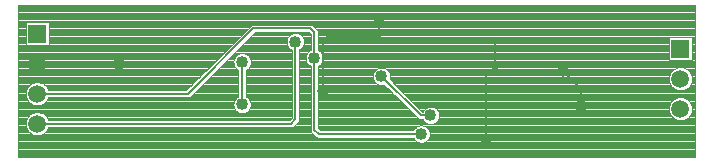
<source format=gbr>
G04 DipTrace 2.2.0.9*
%INBottom.gbr*%
%MOMM*%
%ADD13C,0.178*%
%ADD14C,0.1*%
%ADD22R,1.499X1.499*%
%ADD26C,1.499*%
%ADD33C,1.016*%
%FSLAX53Y53*%
%SFA1B1*%
%OFA0B0*%
G04*
G71*
G90*
G75*
G01*
%LNBottom*%
%LPD*%
X41345Y22354D2*
D13*
Y20957D1*
X36973D1*
X36618Y20602D1*
Y16308D1*
X58437Y15028D2*
Y16423D1*
X56894Y17965D1*
X19317Y18581D2*
X12389D1*
X56894Y17965D2*
X51512D1*
X51157Y18321D1*
Y20602D1*
X41701D1*
X41345Y20957D1*
X50341Y11849D2*
Y17505D1*
X51157Y18321D1*
X41526Y17514D2*
X44841Y14200D1*
X45679D1*
X34241Y20449D2*
Y13857D1*
X33886Y13501D1*
X12389D1*
Y16041D2*
X25149D1*
X30687Y21580D1*
X35487D1*
X35843Y21224D1*
Y19057D1*
Y12979D1*
X36199Y12623D1*
X44905D1*
X29734Y18740D2*
Y15127D1*
D33*
X36618Y16308D3*
X41345Y22354D3*
X58437Y15028D3*
X19317Y18581D3*
X50341Y11849D3*
X56894Y17965D3*
X45679Y14200D3*
X41526Y17514D3*
X34241Y20449D3*
X44905Y12623D3*
X35843Y19057D3*
X29734Y15127D3*
Y18740D3*
X10728Y23490D2*
D14*
X68031D1*
X10728Y23393D2*
X68031D1*
X10728Y23296D2*
X68031D1*
X10728Y23200D2*
X68031D1*
X10728Y23103D2*
X68031D1*
X10728Y23006D2*
X68031D1*
X10728Y22910D2*
X68031D1*
X10728Y22813D2*
X68031D1*
X10728Y22716D2*
X68031D1*
X10728Y22620D2*
X68031D1*
X10728Y22523D2*
X68031D1*
X10728Y22426D2*
X68031D1*
X10728Y22330D2*
X68031D1*
X10728Y22233D2*
X68031D1*
X10728Y22136D2*
X68031D1*
X10728Y22040D2*
X11398D1*
X13380D2*
X68031D1*
X10728Y21943D2*
X11398D1*
X13380D2*
X68031D1*
X10728Y21846D2*
X11398D1*
X13380D2*
X30499D1*
X35676D2*
X68031D1*
X10728Y21750D2*
X11398D1*
X13380D2*
X30395D1*
X35780D2*
X68031D1*
X10728Y21653D2*
X11398D1*
X13380D2*
X30298D1*
X35877D2*
X68031D1*
X10728Y21556D2*
X11398D1*
X13380D2*
X30201D1*
X35974D2*
X68031D1*
X10728Y21460D2*
X11398D1*
X13380D2*
X30104D1*
X36071D2*
X68031D1*
X10728Y21363D2*
X11398D1*
X13380D2*
X30007D1*
X36141D2*
X68031D1*
X10728Y21266D2*
X11398D1*
X13380D2*
X29910D1*
X36171D2*
X68031D1*
X10728Y21170D2*
X11398D1*
X13380D2*
X29815D1*
X30741D2*
X34063D1*
X34419D2*
X35434D1*
X36174D2*
X68031D1*
X10728Y21073D2*
X11398D1*
X13380D2*
X29718D1*
X30644D2*
X33834D1*
X34649D2*
X35512D1*
X36174D2*
X68031D1*
X10728Y20976D2*
X11398D1*
X13380D2*
X29621D1*
X30548D2*
X33712D1*
X34771D2*
X35512D1*
X36174D2*
X68031D1*
X10728Y20880D2*
X11398D1*
X13380D2*
X29524D1*
X30451D2*
X33631D1*
X34852D2*
X35512D1*
X36174D2*
X68031D1*
X10728Y20783D2*
X11398D1*
X13380D2*
X29428D1*
X30354D2*
X33571D1*
X34912D2*
X35512D1*
X36174D2*
X65851D1*
X67832D2*
X68031D1*
X10728Y20686D2*
X11398D1*
X13380D2*
X29331D1*
X30257D2*
X33531D1*
X34952D2*
X35512D1*
X36174D2*
X65851D1*
X67832D2*
X68031D1*
X10728Y20590D2*
X11398D1*
X13380D2*
X29234D1*
X30160D2*
X33506D1*
X34977D2*
X35512D1*
X36174D2*
X65851D1*
X67832D2*
X68031D1*
X10728Y20493D2*
X11398D1*
X13380D2*
X29138D1*
X30063D2*
X33493D1*
X34990D2*
X35512D1*
X36174D2*
X65851D1*
X67832D2*
X68031D1*
X10728Y20396D2*
X11398D1*
X13380D2*
X29042D1*
X29968D2*
X33493D1*
X34990D2*
X35512D1*
X36174D2*
X65851D1*
X67832D2*
X68031D1*
X10728Y20300D2*
X11398D1*
X13380D2*
X28945D1*
X29871D2*
X33507D1*
X34976D2*
X35512D1*
X36174D2*
X65851D1*
X67832D2*
X68031D1*
X10728Y20203D2*
X11398D1*
X13380D2*
X28848D1*
X29774D2*
X33534D1*
X34949D2*
X35512D1*
X36174D2*
X65851D1*
X67832D2*
X68031D1*
X10728Y20106D2*
X28751D1*
X29677D2*
X33576D1*
X34907D2*
X35512D1*
X36174D2*
X65851D1*
X67832D2*
X68031D1*
X10728Y20010D2*
X28654D1*
X29580D2*
X33637D1*
X34846D2*
X35512D1*
X36174D2*
X65851D1*
X67832D2*
X68031D1*
X10728Y19913D2*
X28557D1*
X29483D2*
X33723D1*
X34760D2*
X35512D1*
X36174D2*
X65851D1*
X67832D2*
X68031D1*
X10728Y19816D2*
X28460D1*
X29387D2*
X33849D1*
X34633D2*
X35512D1*
X36174D2*
X65851D1*
X67832D2*
X68031D1*
X10728Y19720D2*
X28365D1*
X29291D2*
X33910D1*
X34573D2*
X35504D1*
X36182D2*
X65851D1*
X67832D2*
X68031D1*
X10728Y19623D2*
X28268D1*
X29194D2*
X33910D1*
X34573D2*
X35357D1*
X36329D2*
X65851D1*
X67832D2*
X68031D1*
X10728Y19526D2*
X28171D1*
X29098D2*
X33910D1*
X34573D2*
X35260D1*
X36424D2*
X65851D1*
X67832D2*
X68031D1*
X10728Y19430D2*
X28074D1*
X29001D2*
X29457D1*
X30010D2*
X33910D1*
X34573D2*
X35195D1*
X36491D2*
X65851D1*
X67832D2*
X68031D1*
X10728Y19333D2*
X27978D1*
X28904D2*
X29282D1*
X30185D2*
X33910D1*
X34573D2*
X35146D1*
X36540D2*
X65851D1*
X67832D2*
X68031D1*
X10728Y19236D2*
X27881D1*
X28807D2*
X29176D1*
X30291D2*
X33910D1*
X34573D2*
X35115D1*
X36571D2*
X65851D1*
X67832D2*
X68031D1*
X10728Y19140D2*
X27784D1*
X28710D2*
X29101D1*
X30366D2*
X33910D1*
X34573D2*
X35098D1*
X36588D2*
X65851D1*
X67832D2*
X68031D1*
X10728Y19043D2*
X27688D1*
X28613D2*
X29049D1*
X30418D2*
X33910D1*
X34573D2*
X35093D1*
X36593D2*
X65851D1*
X67832D2*
X68031D1*
X10728Y18946D2*
X27592D1*
X28518D2*
X29013D1*
X30454D2*
X33910D1*
X34573D2*
X35103D1*
X36583D2*
X65851D1*
X67832D2*
X68031D1*
X10728Y18850D2*
X27495D1*
X28421D2*
X28993D1*
X30476D2*
X33910D1*
X34573D2*
X35123D1*
X36563D2*
X68031D1*
X10728Y18753D2*
X27398D1*
X28324D2*
X28984D1*
X30483D2*
X33910D1*
X34573D2*
X35159D1*
X36527D2*
X68031D1*
X10728Y18656D2*
X27301D1*
X28227D2*
X28988D1*
X30479D2*
X33910D1*
X34573D2*
X35212D1*
X36474D2*
X68031D1*
X10728Y18560D2*
X27204D1*
X28130D2*
X29007D1*
X30462D2*
X33910D1*
X34573D2*
X35287D1*
X36399D2*
X68031D1*
X10728Y18463D2*
X27107D1*
X28033D2*
X29038D1*
X30429D2*
X33910D1*
X34573D2*
X35393D1*
X36293D2*
X68031D1*
X10728Y18366D2*
X27010D1*
X27937D2*
X29085D1*
X30382D2*
X33910D1*
X34573D2*
X35512D1*
X36174D2*
X68031D1*
X10728Y18270D2*
X26915D1*
X27841D2*
X29153D1*
X30315D2*
X33910D1*
X34573D2*
X35512D1*
X36174D2*
X66656D1*
X67027D2*
X68031D1*
X10728Y18173D2*
X26818D1*
X27744D2*
X29249D1*
X30219D2*
X33910D1*
X34573D2*
X35512D1*
X36174D2*
X41181D1*
X41873D2*
X66374D1*
X67307D2*
X68031D1*
X10728Y18076D2*
X26721D1*
X27648D2*
X29398D1*
X30071D2*
X33910D1*
X34573D2*
X35512D1*
X36174D2*
X41035D1*
X42016D2*
X66226D1*
X67457D2*
X68031D1*
X10728Y17980D2*
X26624D1*
X27551D2*
X29404D1*
X30065D2*
X33910D1*
X34573D2*
X35512D1*
X36174D2*
X40942D1*
X42112D2*
X66120D1*
X67563D2*
X68031D1*
X10728Y17883D2*
X26528D1*
X27454D2*
X29404D1*
X30065D2*
X33910D1*
X34573D2*
X35512D1*
X36174D2*
X40876D1*
X42177D2*
X66038D1*
X67643D2*
X68031D1*
X10728Y17786D2*
X26431D1*
X27357D2*
X29404D1*
X30065D2*
X33910D1*
X34573D2*
X35512D1*
X36174D2*
X40829D1*
X42224D2*
X65978D1*
X67705D2*
X68031D1*
X10728Y17690D2*
X26334D1*
X27260D2*
X29404D1*
X30065D2*
X33910D1*
X34573D2*
X35512D1*
X36174D2*
X40798D1*
X42255D2*
X65929D1*
X67754D2*
X68031D1*
X10728Y17593D2*
X26238D1*
X27163D2*
X29404D1*
X30065D2*
X33910D1*
X34573D2*
X35512D1*
X36174D2*
X40781D1*
X42271D2*
X65893D1*
X67788D2*
X68031D1*
X10728Y17496D2*
X26142D1*
X27068D2*
X29404D1*
X30065D2*
X33910D1*
X34573D2*
X35512D1*
X36174D2*
X40778D1*
X42276D2*
X65870D1*
X67813D2*
X68031D1*
X10728Y17400D2*
X26045D1*
X26971D2*
X29404D1*
X30065D2*
X33910D1*
X34573D2*
X35512D1*
X36174D2*
X40785D1*
X42266D2*
X65856D1*
X67827D2*
X68031D1*
X10728Y17303D2*
X25948D1*
X26874D2*
X29404D1*
X30065D2*
X33910D1*
X34573D2*
X35512D1*
X36174D2*
X40807D1*
X42244D2*
X65851D1*
X67832D2*
X68031D1*
X10728Y17206D2*
X25851D1*
X26777D2*
X29404D1*
X30065D2*
X33910D1*
X34573D2*
X35512D1*
X36174D2*
X40845D1*
X42298D2*
X65856D1*
X67827D2*
X68031D1*
X10728Y17110D2*
X25754D1*
X26680D2*
X29404D1*
X30065D2*
X33910D1*
X34573D2*
X35512D1*
X36174D2*
X40898D1*
X42394D2*
X65870D1*
X67813D2*
X68031D1*
X10728Y17013D2*
X12243D1*
X12535D2*
X25657D1*
X26583D2*
X29404D1*
X30065D2*
X33910D1*
X34573D2*
X35512D1*
X36174D2*
X40973D1*
X42491D2*
X65895D1*
X67788D2*
X68031D1*
X10728Y16916D2*
X11935D1*
X12843D2*
X25560D1*
X26487D2*
X29404D1*
X30065D2*
X33910D1*
X34573D2*
X35512D1*
X36174D2*
X41081D1*
X42588D2*
X65931D1*
X67752D2*
X68031D1*
X10728Y16820D2*
X11782D1*
X12996D2*
X25465D1*
X26391D2*
X29404D1*
X30065D2*
X33910D1*
X34573D2*
X35512D1*
X36174D2*
X41262D1*
X42683D2*
X65979D1*
X67704D2*
X68031D1*
X10728Y16723D2*
X11673D1*
X13105D2*
X25368D1*
X26294D2*
X29404D1*
X30065D2*
X33910D1*
X34573D2*
X35512D1*
X36174D2*
X41854D1*
X42780D2*
X66042D1*
X67641D2*
X68031D1*
X10728Y16626D2*
X11592D1*
X13187D2*
X25271D1*
X26198D2*
X29404D1*
X30065D2*
X33910D1*
X34573D2*
X35512D1*
X36174D2*
X41951D1*
X42877D2*
X66123D1*
X67560D2*
X68031D1*
X10728Y16530D2*
X11528D1*
X13251D2*
X25174D1*
X26101D2*
X29404D1*
X30065D2*
X33910D1*
X34573D2*
X35512D1*
X36174D2*
X42048D1*
X42974D2*
X66229D1*
X67452D2*
X68031D1*
X10728Y16433D2*
X11479D1*
X13299D2*
X25078D1*
X26004D2*
X29404D1*
X30065D2*
X33910D1*
X34573D2*
X35512D1*
X36174D2*
X42145D1*
X43071D2*
X66381D1*
X67302D2*
X68031D1*
X10728Y16336D2*
X11443D1*
X25907D2*
X29404D1*
X30065D2*
X33910D1*
X34573D2*
X35512D1*
X36174D2*
X42242D1*
X43168D2*
X66673D1*
X67008D2*
X68031D1*
X10728Y16240D2*
X11418D1*
X25810D2*
X29404D1*
X30065D2*
X33910D1*
X34573D2*
X35512D1*
X36174D2*
X42338D1*
X43265D2*
X68031D1*
X10728Y16143D2*
X11404D1*
X25713D2*
X29404D1*
X30065D2*
X33910D1*
X34573D2*
X35512D1*
X36174D2*
X42435D1*
X43360D2*
X68031D1*
X10728Y16046D2*
X11398D1*
X25618D2*
X29404D1*
X30065D2*
X33910D1*
X34573D2*
X35512D1*
X36174D2*
X42531D1*
X43457D2*
X68031D1*
X10728Y15950D2*
X11403D1*
X25521D2*
X29404D1*
X30065D2*
X33910D1*
X34573D2*
X35512D1*
X36174D2*
X42628D1*
X43554D2*
X68031D1*
X10728Y15853D2*
X11417D1*
X25424D2*
X29404D1*
X30065D2*
X33910D1*
X34573D2*
X35512D1*
X36174D2*
X42724D1*
X43651D2*
X68031D1*
X10728Y15756D2*
X11440D1*
X25305D2*
X29335D1*
X30132D2*
X33910D1*
X34573D2*
X35512D1*
X36174D2*
X42821D1*
X43748D2*
X68031D1*
X10728Y15660D2*
X11476D1*
X13302D2*
X29210D1*
X30257D2*
X33910D1*
X34573D2*
X35512D1*
X36174D2*
X42918D1*
X43844D2*
X66431D1*
X67252D2*
X68031D1*
X10728Y15563D2*
X11523D1*
X13255D2*
X29126D1*
X30341D2*
X33910D1*
X34573D2*
X35512D1*
X36174D2*
X43015D1*
X43941D2*
X66262D1*
X67421D2*
X68031D1*
X10728Y15466D2*
X11584D1*
X13194D2*
X29067D1*
X30401D2*
X33910D1*
X34573D2*
X35512D1*
X36174D2*
X43112D1*
X44038D2*
X66146D1*
X67537D2*
X68031D1*
X10728Y15370D2*
X11663D1*
X13115D2*
X29026D1*
X30443D2*
X33910D1*
X34573D2*
X35512D1*
X36174D2*
X43207D1*
X44133D2*
X66059D1*
X67623D2*
X68031D1*
X10728Y15273D2*
X11770D1*
X13008D2*
X28999D1*
X30469D2*
X33910D1*
X34573D2*
X35512D1*
X36174D2*
X43304D1*
X44230D2*
X65992D1*
X67690D2*
X68031D1*
X10728Y15176D2*
X11917D1*
X12862D2*
X28985D1*
X30482D2*
X33910D1*
X34573D2*
X35512D1*
X36174D2*
X43401D1*
X44327D2*
X65942D1*
X67741D2*
X68031D1*
X10728Y15080D2*
X12185D1*
X12593D2*
X28985D1*
X30482D2*
X33910D1*
X34573D2*
X35512D1*
X36174D2*
X43498D1*
X44424D2*
X65903D1*
X67780D2*
X68031D1*
X10728Y14983D2*
X28998D1*
X30469D2*
X33910D1*
X34573D2*
X35512D1*
X36174D2*
X43595D1*
X44521D2*
X65874D1*
X67807D2*
X68031D1*
X10728Y14886D2*
X29024D1*
X30443D2*
X33910D1*
X34573D2*
X35512D1*
X36174D2*
X43692D1*
X44618D2*
X45395D1*
X45965D2*
X65857D1*
X67824D2*
X68031D1*
X10728Y14790D2*
X29065D1*
X30402D2*
X33910D1*
X34573D2*
X35512D1*
X36174D2*
X43788D1*
X44715D2*
X45223D1*
X46135D2*
X65851D1*
X67832D2*
X68031D1*
X10728Y14693D2*
X29124D1*
X30343D2*
X33910D1*
X34573D2*
X35512D1*
X36174D2*
X43885D1*
X44810D2*
X45118D1*
X46240D2*
X65853D1*
X67830D2*
X68031D1*
X10728Y14596D2*
X29209D1*
X30258D2*
X33910D1*
X34573D2*
X35512D1*
X36174D2*
X43981D1*
X44907D2*
X45045D1*
X46313D2*
X65865D1*
X67818D2*
X68031D1*
X10728Y14500D2*
X29332D1*
X30135D2*
X33910D1*
X34573D2*
X35512D1*
X36174D2*
X44078D1*
X46365D2*
X65887D1*
X67796D2*
X68031D1*
X10728Y14403D2*
X11993D1*
X12785D2*
X29573D1*
X29894D2*
X33910D1*
X34573D2*
X35512D1*
X36174D2*
X44174D1*
X46401D2*
X65920D1*
X67763D2*
X68031D1*
X10728Y14306D2*
X11818D1*
X12960D2*
X33910D1*
X34573D2*
X35512D1*
X36174D2*
X44271D1*
X46421D2*
X65963D1*
X67719D2*
X68031D1*
X10728Y14210D2*
X11701D1*
X13077D2*
X33910D1*
X34573D2*
X35512D1*
X36174D2*
X44368D1*
X46429D2*
X66023D1*
X67660D2*
X68031D1*
X10728Y14113D2*
X11612D1*
X13166D2*
X33910D1*
X34573D2*
X35512D1*
X36174D2*
X44465D1*
X46424D2*
X66098D1*
X67585D2*
X68031D1*
X10728Y14016D2*
X11545D1*
X13233D2*
X33910D1*
X34573D2*
X35512D1*
X36174D2*
X44562D1*
X46405D2*
X66196D1*
X67485D2*
X68031D1*
X10728Y13920D2*
X11492D1*
X13287D2*
X33842D1*
X34573D2*
X35512D1*
X36174D2*
X44676D1*
X46374D2*
X66332D1*
X67349D2*
X68031D1*
X10728Y13823D2*
X11453D1*
X13326D2*
X33745D1*
X34569D2*
X35512D1*
X36174D2*
X45034D1*
X46326D2*
X66556D1*
X67127D2*
X68031D1*
X10728Y13726D2*
X11424D1*
X34544D2*
X35512D1*
X36174D2*
X45101D1*
X46257D2*
X68031D1*
X10728Y13630D2*
X11407D1*
X34477D2*
X35512D1*
X36174D2*
X45198D1*
X46160D2*
X68031D1*
X10728Y13533D2*
X11399D1*
X34380D2*
X35512D1*
X36174D2*
X45349D1*
X46008D2*
X68031D1*
X10728Y13436D2*
X11401D1*
X34283D2*
X35512D1*
X36174D2*
X68031D1*
X10728Y13340D2*
X11412D1*
X34187D2*
X35512D1*
X36174D2*
X44710D1*
X45099D2*
X68031D1*
X10728Y13243D2*
X11432D1*
X34085D2*
X35512D1*
X36174D2*
X44490D1*
X45318D2*
X68031D1*
X10728Y13146D2*
X11465D1*
X13313D2*
X35512D1*
X36174D2*
X44371D1*
X45438D2*
X68031D1*
X10728Y13050D2*
X11509D1*
X13269D2*
X35512D1*
X36235D2*
X44290D1*
X45519D2*
X68031D1*
X10728Y12953D2*
X11565D1*
X13213D2*
X35513D1*
X36332D2*
X44232D1*
X45577D2*
X68031D1*
X10728Y12856D2*
X11640D1*
X13138D2*
X35537D1*
X45616D2*
X68031D1*
X10728Y12760D2*
X11737D1*
X13041D2*
X35599D1*
X45641D2*
X68031D1*
X10728Y12663D2*
X11870D1*
X12908D2*
X35696D1*
X45652D2*
X68031D1*
X10728Y12566D2*
X12082D1*
X12696D2*
X35793D1*
X45652D2*
X68031D1*
X10728Y12470D2*
X35890D1*
X45638D2*
X68031D1*
X10728Y12373D2*
X35988D1*
X45610D2*
X68031D1*
X10728Y12276D2*
X44242D1*
X45568D2*
X68031D1*
X10728Y12180D2*
X44303D1*
X45505D2*
X68031D1*
X10728Y12083D2*
X44390D1*
X45419D2*
X68031D1*
X10728Y11986D2*
X44520D1*
X45290D2*
X68031D1*
X10728Y11890D2*
X44804D1*
X45005D2*
X68031D1*
X10728Y11793D2*
X68031D1*
X10728Y11696D2*
X68031D1*
X10728Y11600D2*
X68031D1*
X10728Y11503D2*
X68031D1*
X10728Y11406D2*
X68031D1*
X10728Y11310D2*
X68031D1*
X10728Y11213D2*
X68031D1*
X10728Y11116D2*
X68031D1*
X10728Y11020D2*
X68031D1*
X10728Y10923D2*
X68031D1*
X10728Y10826D2*
X68031D1*
X10728Y10730D2*
X68031D1*
X65910Y20826D2*
X67823D1*
Y18863D1*
X65860D1*
Y20826D1*
X65910D1*
X67821Y17254D2*
X67811Y17155D1*
X67791Y17057D1*
X67761Y16962D1*
X67721Y16870D1*
X67672Y16783D1*
X67615Y16701D1*
X67550Y16625D1*
X67477Y16557D1*
X67397Y16496D1*
X67312Y16444D1*
X67222Y16400D1*
X67128Y16366D1*
X67031Y16342D1*
X66933Y16327D1*
X66833Y16323D1*
X66733Y16329D1*
X66634Y16345D1*
X66538Y16371D1*
X66444Y16407D1*
X66355Y16452D1*
X66271Y16506D1*
X66193Y16568D1*
X66121Y16638D1*
X66057Y16714D1*
X66001Y16797D1*
X65954Y16885D1*
X65916Y16978D1*
X65887Y17074D1*
X65869Y17172D1*
X65860Y17272D1*
X65862Y17371D1*
X65874Y17471D1*
X65896Y17568D1*
X65928Y17663D1*
X65969Y17754D1*
X66019Y17840D1*
X66078Y17921D1*
X66145Y17996D1*
X66219Y18063D1*
X66299Y18122D1*
X66385Y18173D1*
X66476Y18215D1*
X66571Y18248D1*
X66668Y18270D1*
X66767Y18283D1*
X66867Y18285D1*
X66967Y18278D1*
X67065Y18260D1*
X67161Y18232D1*
X67254Y18195D1*
X67342Y18148D1*
X67425Y18093D1*
X67503Y18029D1*
X67573Y17958D1*
X67636Y17880D1*
X67690Y17797D1*
X67736Y17708D1*
X67772Y17615D1*
X67799Y17518D1*
X67816Y17420D1*
X67823Y17304D1*
X67821Y17254D1*
Y14714D2*
X67811Y14615D1*
X67791Y14517D1*
X67761Y14422D1*
X67721Y14330D1*
X67672Y14243D1*
X67615Y14161D1*
X67550Y14085D1*
X67477Y14017D1*
X67397Y13956D1*
X67312Y13904D1*
X67222Y13860D1*
X67128Y13826D1*
X67031Y13802D1*
X66933Y13787D1*
X66833Y13783D1*
X66733Y13789D1*
X66634Y13805D1*
X66538Y13831D1*
X66444Y13867D1*
X66355Y13912D1*
X66271Y13966D1*
X66193Y14028D1*
X66121Y14098D1*
X66057Y14174D1*
X66001Y14257D1*
X65954Y14345D1*
X65916Y14438D1*
X65887Y14534D1*
X65869Y14632D1*
X65860Y14732D1*
X65862Y14831D1*
X65874Y14931D1*
X65896Y15028D1*
X65928Y15123D1*
X65969Y15214D1*
X66019Y15300D1*
X66078Y15381D1*
X66145Y15456D1*
X66219Y15523D1*
X66299Y15582D1*
X66385Y15633D1*
X66476Y15675D1*
X66571Y15708D1*
X66668Y15730D1*
X66767Y15743D1*
X66867Y15745D1*
X66967Y15738D1*
X67065Y15720D1*
X67161Y15692D1*
X67254Y15655D1*
X67342Y15608D1*
X67425Y15553D1*
X67503Y15489D1*
X67573Y15418D1*
X67636Y15340D1*
X67690Y15257D1*
X67736Y15168D1*
X67772Y15075D1*
X67799Y14978D1*
X67816Y14880D1*
X67823Y14764D1*
X67821Y14714D1*
X11458Y22103D2*
X13370D1*
Y20140D1*
X11408D1*
Y22103D1*
X11458D1*
X13316Y15721D2*
X13290Y15652D1*
X13246Y15563D1*
X13193Y15478D1*
X13131Y15399D1*
X13062Y15327D1*
X12986Y15262D1*
X12903Y15206D1*
X12816Y15158D1*
X12724Y15119D1*
X12628Y15089D1*
X12530Y15070D1*
X12431Y15061D1*
X12331Y15062D1*
X12231Y15073D1*
X12133Y15094D1*
X12038Y15125D1*
X11947Y15165D1*
X11860Y15215D1*
X11779Y15273D1*
X11704Y15339D1*
X11636Y15412D1*
X11576Y15492D1*
X11524Y15578D1*
X11482Y15668D1*
X11448Y15762D1*
X11425Y15859D1*
X11411Y15959D1*
X11408Y16058D1*
X11415Y16158D1*
X11432Y16257D1*
X11459Y16353D1*
X11495Y16446D1*
X11541Y16535D1*
X11596Y16619D1*
X11658Y16696D1*
X11729Y16767D1*
X11806Y16831D1*
X11889Y16886D1*
X11978Y16932D1*
X12071Y16969D1*
X12167Y16997D1*
X12265Y17015D1*
X12365Y17022D1*
X12465Y17020D1*
X12564Y17007D1*
X12661Y16984D1*
X12756Y16951D1*
X12846Y16909D1*
X12932Y16858D1*
X13013Y16799D1*
X13087Y16732D1*
X13153Y16657D1*
X13212Y16576D1*
X13262Y16490D1*
X13303Y16399D1*
X13316Y16362D1*
X25016D1*
X30461Y21806D1*
X30499Y21839D1*
X30541Y21865D1*
X30587Y21884D1*
X30636Y21896D1*
X30687Y21900D1*
X35487D1*
X35537Y21896D1*
X35586Y21885D1*
X35632Y21866D1*
X35675Y21840D1*
X35714Y21806D1*
X36070Y21451D1*
X36102Y21413D1*
X36128Y21370D1*
X36148Y21324D1*
X36159Y21276D1*
X36164Y21224D1*
Y19722D1*
X36235Y19684D1*
X36316Y19626D1*
X36389Y19557D1*
X36451Y19479D1*
X36502Y19393D1*
X36541Y19301D1*
X36568Y19205D1*
X36581Y19106D1*
Y19007D1*
X36568Y18908D1*
X36541Y18812D1*
X36502Y18720D1*
X36450Y18635D1*
X36388Y18557D1*
X36315Y18488D1*
X36234Y18429D1*
X36164Y18391D1*
Y13112D1*
X36332Y12944D1*
X44238D1*
X44284Y13026D1*
X44344Y13106D1*
X44414Y13177D1*
X44493Y13238D1*
X44580Y13288D1*
X44672Y13326D1*
X44769Y13351D1*
X44868Y13362D1*
X44968Y13360D1*
X45067Y13345D1*
X45163Y13317D1*
X45254Y13276D1*
X45339Y13222D1*
X45415Y13159D1*
X45483Y13085D1*
X45540Y13003D1*
X45585Y12914D1*
X45618Y12819D1*
X45638Y12721D1*
X45644Y12623D1*
X45638Y12524D1*
X45618Y12426D1*
X45584Y12332D1*
X45539Y12243D1*
X45482Y12161D1*
X45414Y12087D1*
X45337Y12023D1*
X45252Y11970D1*
X45161Y11929D1*
X45065Y11901D1*
X44967Y11886D1*
X44867Y11885D1*
X44767Y11896D1*
X44671Y11921D1*
X44578Y11959D1*
X44492Y12009D1*
X44413Y12071D1*
X44343Y12142D1*
X44283Y12222D1*
X44238Y12303D1*
X36199D1*
X36149Y12307D1*
X36100Y12318D1*
X36054Y12337D1*
X36011Y12363D1*
X35972Y12397D1*
X35616Y12752D1*
X35584Y12790D1*
X35558Y12833D1*
X35538Y12879D1*
X35526Y12927D1*
X35522Y12979D1*
Y18390D1*
X35430Y18443D1*
X35351Y18505D1*
X35281Y18576D1*
X35221Y18656D1*
X35173Y18743D1*
X35137Y18837D1*
X35114Y18934D1*
X35104Y19033D1*
X35107Y19133D1*
X35124Y19232D1*
X35154Y19327D1*
X35197Y19417D1*
X35251Y19501D1*
X35316Y19577D1*
X35391Y19643D1*
X35474Y19699D1*
X35522Y19724D1*
Y21090D1*
X35354Y21259D1*
X30820D1*
X25376Y15815D1*
X25338Y15782D1*
X25295Y15756D1*
X25249Y15737D1*
X25201Y15725D1*
X25149Y15721D1*
X13316D1*
Y13181D2*
X13290Y13112D1*
X13246Y13023D1*
X13193Y12938D1*
X13131Y12859D1*
X13062Y12787D1*
X12986Y12722D1*
X12903Y12666D1*
X12816Y12618D1*
X12724Y12579D1*
X12628Y12549D1*
X12530Y12530D1*
X12431Y12521D1*
X12331Y12522D1*
X12231Y12533D1*
X12133Y12554D1*
X12038Y12585D1*
X11947Y12625D1*
X11860Y12675D1*
X11779Y12733D1*
X11704Y12799D1*
X11636Y12872D1*
X11576Y12952D1*
X11524Y13038D1*
X11482Y13128D1*
X11448Y13222D1*
X11425Y13319D1*
X11411Y13419D1*
X11408Y13518D1*
X11415Y13618D1*
X11432Y13717D1*
X11459Y13813D1*
X11495Y13906D1*
X11541Y13995D1*
X11596Y14079D1*
X11658Y14156D1*
X11729Y14227D1*
X11806Y14291D1*
X11889Y14346D1*
X11978Y14392D1*
X12071Y14429D1*
X12167Y14457D1*
X12265Y14475D1*
X12365Y14482D1*
X12465Y14480D1*
X12564Y14467D1*
X12661Y14444D1*
X12756Y14411D1*
X12846Y14369D1*
X12932Y14318D1*
X13013Y14259D1*
X13087Y14192D1*
X13153Y14117D1*
X13212Y14036D1*
X13262Y13950D1*
X13303Y13859D1*
X13316Y13822D1*
X33753D1*
X33921Y13990D1*
Y19783D1*
X33871Y19809D1*
X33788Y19865D1*
X33714Y19931D1*
X33648Y20007D1*
X33594Y20091D1*
X33552Y20181D1*
X33522Y20277D1*
X33505Y20375D1*
X33502Y20475D1*
X33512Y20575D1*
X33536Y20672D1*
X33572Y20765D1*
X33621Y20852D1*
X33681Y20932D1*
X33751Y21003D1*
X33830Y21064D1*
X33917Y21114D1*
X34009Y21152D1*
X34106Y21177D1*
X34205Y21188D1*
X34305Y21186D1*
X34404Y21171D1*
X34500Y21143D1*
X34591Y21101D1*
X34675Y21048D1*
X34752Y20984D1*
X34820Y20911D1*
X34877Y20829D1*
X34922Y20740D1*
X34955Y20645D1*
X34975Y20547D1*
X34981Y20449D1*
X34975Y20350D1*
X34954Y20252D1*
X34921Y20157D1*
X34876Y20068D1*
X34819Y19986D1*
X34751Y19913D1*
X34674Y19849D1*
X34589Y19796D1*
X34563Y19783D1*
X34562Y13857D1*
X34558Y13807D1*
X34547Y13758D1*
X34528Y13712D1*
X34502Y13670D1*
X34468Y13630D1*
X34113Y13274D1*
X34075Y13242D1*
X34032Y13216D1*
X33986Y13197D1*
X33938Y13185D1*
X33886Y13181D1*
X13316D1*
X46417Y14150D2*
X46404Y14051D1*
X46377Y13954D1*
X46338Y13863D1*
X46286Y13777D1*
X46224Y13699D1*
X46151Y13630D1*
X46070Y13572D1*
X45982Y13525D1*
X45888Y13490D1*
X45791Y13468D1*
X45691Y13460D1*
X45592Y13465D1*
X45493Y13484D1*
X45399Y13515D1*
X45309Y13559D1*
X45226Y13615D1*
X45151Y13681D1*
X45086Y13757D1*
X45032Y13841D1*
X45013Y13879D1*
X44841D1*
X44791Y13883D1*
X44742Y13894D1*
X44696Y13913D1*
X44654Y13939D1*
X44614Y13973D1*
X41771Y16816D1*
X41687Y16792D1*
X41588Y16777D1*
X41489Y16775D1*
X41389Y16787D1*
X41293Y16812D1*
X41200Y16850D1*
X41114Y16900D1*
X41035Y16961D1*
X40965Y17033D1*
X40905Y17113D1*
X40857Y17200D1*
X40820Y17293D1*
X40797Y17390D1*
X40787Y17490D1*
X40791Y17590D1*
X40807Y17688D1*
X40838Y17784D1*
X40880Y17874D1*
X40935Y17958D1*
X41000Y18033D1*
X41075Y18100D1*
X41158Y18155D1*
X41247Y18199D1*
X41342Y18231D1*
X41440Y18249D1*
X41540Y18254D1*
X41640Y18245D1*
X41737Y18223D1*
X41831Y18188D1*
X41919Y18141D1*
X42000Y18083D1*
X42072Y18014D1*
X42135Y17935D1*
X42186Y17850D1*
X42225Y17758D1*
X42251Y17661D1*
X42265Y17562D1*
Y17464D1*
X42251Y17365D1*
X42225Y17270D1*
X43203Y16291D1*
X44974Y14520D1*
X45014D1*
X45059Y14602D1*
X45119Y14682D1*
X45189Y14753D1*
X45268Y14815D1*
X45354Y14864D1*
X45447Y14902D1*
X45544Y14927D1*
X45643Y14939D1*
X45743Y14937D1*
X45842Y14921D1*
X45938Y14893D1*
X46029Y14852D1*
X46113Y14799D1*
X46190Y14735D1*
X46258Y14661D1*
X46314Y14579D1*
X46360Y14490D1*
X46393Y14396D1*
X46413Y14298D1*
X46419Y14200D1*
X46417Y14150D1*
X30472Y15077D2*
X30458Y14978D1*
X30432Y14881D1*
X30392Y14790D1*
X30341Y14704D1*
X30278Y14626D1*
X30206Y14557D1*
X30125Y14499D1*
X30037Y14452D1*
X29943Y14417D1*
X29845Y14395D1*
X29746Y14387D1*
X29646Y14392D1*
X29548Y14411D1*
X29453Y14442D1*
X29363Y14486D1*
X29280Y14542D1*
X29206Y14608D1*
X29141Y14684D1*
X29087Y14768D1*
X29044Y14859D1*
X29014Y14954D1*
X28998Y15053D1*
X28994Y15152D1*
X29005Y15252D1*
X29028Y15349D1*
X29065Y15442D1*
X29113Y15529D1*
X29173Y15609D1*
X29243Y15681D1*
X29322Y15742D1*
X29413Y15793D1*
Y18072D1*
X29321Y18126D1*
X29242Y18187D1*
X29172Y18258D1*
X29112Y18338D1*
X29064Y18426D1*
X29028Y18519D1*
X29004Y18616D1*
X28994Y18716D1*
X28998Y18815D1*
X29015Y18914D1*
X29045Y19009D1*
X29087Y19100D1*
X29142Y19183D1*
X29207Y19259D1*
X29282Y19325D1*
X29365Y19381D1*
X29455Y19425D1*
X29550Y19456D1*
X29648Y19474D1*
X29748Y19479D1*
X29847Y19471D1*
X29945Y19449D1*
X30038Y19414D1*
X30126Y19367D1*
X30207Y19308D1*
X30280Y19239D1*
X30342Y19161D1*
X30393Y19075D1*
X30432Y18983D1*
X30459Y18887D1*
X30472Y18788D1*
Y18690D1*
X30458Y18591D1*
X30432Y18494D1*
X30392Y18403D1*
X30341Y18317D1*
X30278Y18239D1*
X30206Y18170D1*
X30125Y18112D1*
X30055Y18074D1*
X30054Y15794D1*
X30126Y15754D1*
X30207Y15695D1*
X30280Y15626D1*
X30342Y15548D1*
X30393Y15462D1*
X30432Y15370D1*
X30459Y15274D1*
X30472Y15175D1*
Y15077D1*
X10718Y23536D2*
Y10718D1*
X68041D1*
Y23586D1*
X10718D1*
Y23536D1*
D22*
X66841Y19844D3*
X12389Y21121D3*
D26*
Y18581D3*
Y16041D3*
Y13501D3*
X66841Y17304D3*
Y14764D3*
M02*

</source>
